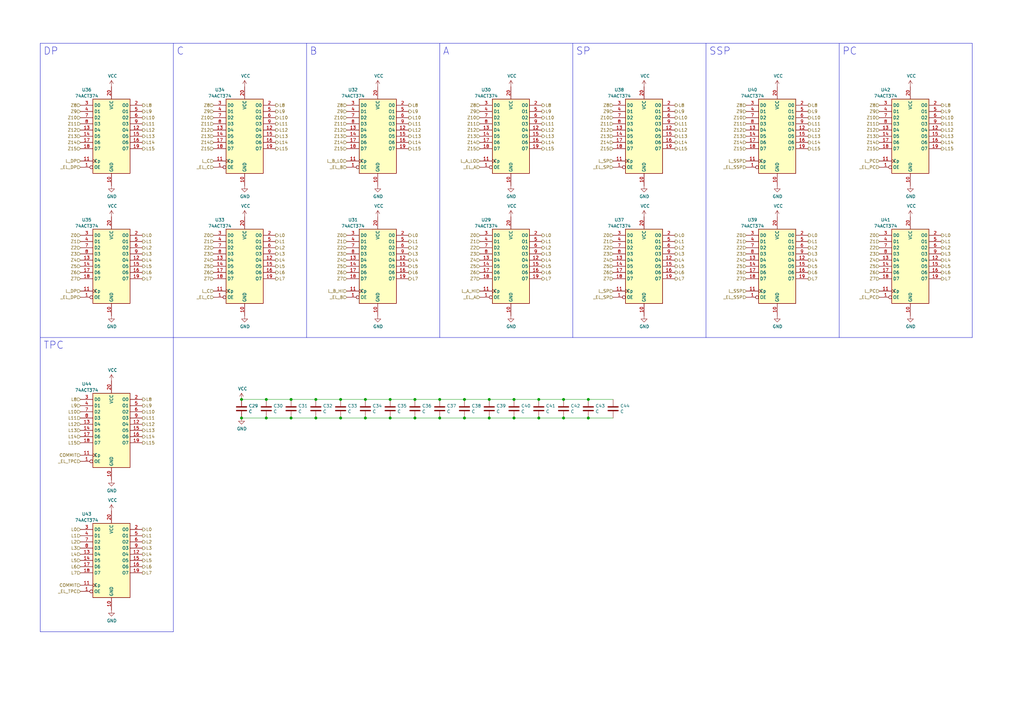
<source format=kicad_sch>
(kicad_sch (version 20200828) (generator eeschema)
  (page 4 7)
  (paper "A3")
  (lib_symbols
    (symbol "74xx:74LS374"
      (property "Reference" "U" (at -7.62 16.51 0))
      (property "Value" "74LS374" (at -7.62 -16.51 0))
      (symbol "74LS374_1_1"
        (rectangle (start -7.62 15.24) (end 7.62 -15.24) (stroke (width 0.254)) (fill (type background)))
      )
      (symbol "74LS374_1_0"
        (pin input inverted (at -12.7 -12.7 0) (length 5.08) (name "OE") (number "1"))
        (pin power_in line (at 0 -20.32 90) (length 5.08) (name "GND") (number "10"))
        (pin input clock (at -12.7 -10.16 0) (length 5.08) (name "Cp") (number "11"))
        (pin tri_state line (at 12.7 2.54 180) (length 5.08) (name "O4") (number "12"))
        (pin input line (at -12.7 2.54 0) (length 5.08) (name "D4") (number "13"))
        (pin input line (at -12.7 0 0) (length 5.08) (name "D5") (number "14"))
        (pin tri_state line (at 12.7 0 180) (length 5.08) (name "O5") (number "15"))
        (pin tri_state line (at 12.7 -2.54 180) (length 5.08) (name "O6") (number "16"))
        (pin input line (at -12.7 -2.54 0) (length 5.08) (name "D6") (number "17"))
        (pin input line (at -12.7 -5.08 0) (length 5.08) (name "D7") (number "18"))
        (pin tri_state line (at 12.7 -5.08 180) (length 5.08) (name "O7") (number "19"))
        (pin tri_state line (at 12.7 12.7 180) (length 5.08) (name "O0") (number "2"))
        (pin power_in line (at 0 20.32 270) (length 5.08) (name "VCC") (number "20"))
        (pin input line (at -12.7 12.7 0) (length 5.08) (name "D0") (number "3"))
        (pin input line (at -12.7 10.16 0) (length 5.08) (name "D1") (number "4"))
        (pin tri_state line (at 12.7 10.16 180) (length 5.08) (name "O1") (number "5"))
        (pin tri_state line (at 12.7 7.62 180) (length 5.08) (name "O2") (number "6"))
        (pin input line (at -12.7 7.62 0) (length 5.08) (name "D2") (number "7"))
        (pin input line (at -12.7 5.08 0) (length 5.08) (name "D3") (number "8"))
        (pin tri_state line (at 12.7 5.08 180) (length 5.08) (name "O3") (number "9"))
      )
    )
    (symbol "Device:C" (pin_numbers hide) (pin_names (offset 0.254))
      (property "Reference" "C" (at 0.635 2.54 0))
      (property "Value" "C" (at 0.635 -2.54 0))
      (symbol "C_0_1"
        (polyline (pts (xy -2.032 -0.762) (xy 2.032 -0.762)) (stroke (width 0.508)))
        (polyline (pts (xy -2.032 0.762) (xy 2.032 0.762)) (stroke (width 0.508)))
      )
      (symbol "C_1_1"
        (pin passive line (at 0 3.81 270) (length 2.794) (name "~") (number "1"))
        (pin passive line (at 0 -3.81 90) (length 2.794) (name "~") (number "2"))
      )
    )
    (symbol "power:GND" (power) (pin_names (offset 0))
      (property "Value" "GND" (at 0 -3.81 0))
      (symbol "GND_0_1"
        (polyline (pts (xy 0 0) (xy 0 -1.27) (xy 1.27 -1.27) (xy 0 -2.54) (xy -1.27 -1.27) (xy 0 -1.27)))
      )
      (symbol "GND_1_1"
        (pin power_in line (at 0 0 270) (length 0) hide (name "GND") (number "1"))
      )
    )
    (symbol "power:VCC" (power) (pin_names (offset 0))
      (property "Value" "VCC" (at 0 3.81 0))
      (symbol "VCC_0_1"
        (polyline (pts (xy -0.762 1.27) (xy 0 2.54)))
        (polyline (pts (xy 0 0) (xy 0 2.54)))
        (polyline (pts (xy 0 2.54) (xy 0.762 1.27)))
      )
      (symbol "VCC_1_1"
        (pin power_in line (at 0 0 90) (length 0) hide (name "VCC") (number "1"))
      )
    )
  )
  (junction (at 99.06 163.83) (diameter 1.016))
  (junction (at 99.06 171.45) (diameter 1.016))
  (junction (at 109.22 163.83) (diameter 1.016))
  (junction (at 109.22 171.45) (diameter 1.016))
  (junction (at 119.38 163.83) (diameter 1.016))
  (junction (at 119.38 171.45) (diameter 1.016))
  (junction (at 129.54 163.83) (diameter 1.016))
  (junction (at 129.54 171.45) (diameter 1.016))
  (junction (at 139.7 163.83) (diameter 1.016))
  (junction (at 139.7 171.45) (diameter 1.016))
  (junction (at 149.86 163.83) (diameter 1.016))
  (junction (at 149.86 171.45) (diameter 1.016))
  (junction (at 160.02 163.83) (diameter 1.016))
  (junction (at 160.02 171.45) (diameter 1.016))
  (junction (at 170.18 163.83) (diameter 1.016))
  (junction (at 170.18 171.45) (diameter 1.016))
  (junction (at 180.34 163.83) (diameter 1.016))
  (junction (at 180.34 171.45) (diameter 1.016))
  (junction (at 190.5 163.83) (diameter 1.016))
  (junction (at 190.5 171.45) (diameter 1.016))
  (junction (at 200.66 163.83) (diameter 1.016))
  (junction (at 200.66 171.45) (diameter 1.016))
  (junction (at 210.82 163.83) (diameter 1.016))
  (junction (at 210.82 171.45) (diameter 1.016))
  (junction (at 220.98 163.83) (diameter 1.016))
  (junction (at 220.98 171.45) (diameter 1.016))
  (junction (at 231.14 163.83) (diameter 1.016))
  (junction (at 231.14 171.45) (diameter 1.016))
  (junction (at 241.3 163.83) (diameter 1.016))
  (junction (at 241.3 171.45) (diameter 1.016))
  (wire (pts (xy 99.06 171.45) (xy 109.22 171.45)))
  (wire (pts (xy 109.22 163.83) (xy 99.06 163.83)))
  (wire (pts (xy 109.22 171.45) (xy 119.38 171.45)))
  (wire (pts (xy 119.38 163.83) (xy 109.22 163.83)))
  (wire (pts (xy 119.38 171.45) (xy 129.54 171.45)))
  (wire (pts (xy 129.54 163.83) (xy 119.38 163.83)))
  (wire (pts (xy 129.54 171.45) (xy 139.7 171.45)))
  (wire (pts (xy 139.7 163.83) (xy 129.54 163.83)))
  (wire (pts (xy 139.7 171.45) (xy 149.86 171.45)))
  (wire (pts (xy 149.86 163.83) (xy 139.7 163.83)))
  (wire (pts (xy 149.86 171.45) (xy 160.02 171.45)))
  (wire (pts (xy 160.02 163.83) (xy 149.86 163.83)))
  (wire (pts (xy 160.02 171.45) (xy 170.18 171.45)))
  (wire (pts (xy 170.18 163.83) (xy 160.02 163.83)))
  (wire (pts (xy 170.18 171.45) (xy 180.34 171.45)))
  (wire (pts (xy 180.34 163.83) (xy 170.18 163.83)))
  (wire (pts (xy 180.34 171.45) (xy 190.5 171.45)))
  (wire (pts (xy 190.5 163.83) (xy 180.34 163.83)))
  (wire (pts (xy 190.5 171.45) (xy 200.66 171.45)))
  (wire (pts (xy 200.66 163.83) (xy 190.5 163.83)))
  (wire (pts (xy 200.66 171.45) (xy 210.82 171.45)))
  (wire (pts (xy 210.82 163.83) (xy 200.66 163.83)))
  (wire (pts (xy 210.82 171.45) (xy 220.98 171.45)))
  (wire (pts (xy 220.98 163.83) (xy 210.82 163.83)))
  (wire (pts (xy 220.98 171.45) (xy 231.14 171.45)))
  (wire (pts (xy 231.14 163.83) (xy 220.98 163.83)))
  (wire (pts (xy 231.14 171.45) (xy 241.3 171.45)))
  (wire (pts (xy 241.3 163.83) (xy 231.14 163.83)))
  (wire (pts (xy 241.3 171.45) (xy 251.46 171.45)))
  (wire (pts (xy 251.46 163.83) (xy 241.3 163.83)))
  (polyline (pts (xy 16.51 17.78) (xy 16.51 259.08)) (stroke (width 0) (type solid)))
  (polyline (pts (xy 16.51 17.78) (xy 398.78 17.78)) (stroke (width 0) (type solid)))
  (polyline (pts (xy 16.51 259.08) (xy 71.12 259.08)) (stroke (width 0) (type solid)))
  (polyline (pts (xy 71.12 17.78) (xy 71.12 259.08)) (stroke (width 0) (type solid)))
  (polyline (pts (xy 125.73 17.78) (xy 125.73 138.43)) (stroke (width 0) (type solid)))
  (polyline (pts (xy 180.34 17.78) (xy 180.34 138.43)) (stroke (width 0) (type solid)))
  (polyline (pts (xy 234.95 17.78) (xy 234.95 138.43)) (stroke (width 0) (type solid)))
  (polyline (pts (xy 289.56 17.78) (xy 289.56 138.43)) (stroke (width 0) (type solid)))
  (polyline (pts (xy 344.17 17.78) (xy 344.17 138.43)) (stroke (width 0) (type solid)))
  (polyline (pts (xy 398.78 17.78) (xy 398.78 138.43)) (stroke (width 0) (type solid)))
  (polyline (pts (xy 398.78 138.43) (xy 16.51 138.43)) (stroke (width 0) (type solid)))
  (text "DP" (at 17.78 22.86 0) (effects (font (size 2.9972 2.9972)) (justify left bottom)))
  (text "TPC" (at 17.78 143.51 0) (effects (font (size 2.9972 2.9972)) (justify left bottom)))
  (text "C" (at 72.39 22.86 0) (effects (font (size 2.9972 2.9972)) (justify left bottom)))
  (text "B" (at 127 22.86 0) (effects (font (size 2.9972 2.9972)) (justify left bottom)))
  (text "A" (at 181.61 22.86 0) (effects (font (size 2.9972 2.9972)) (justify left bottom)))
  (text "SP" (at 236.22 22.86 0) (effects (font (size 2.9972 2.9972)) (justify left bottom)))
  (text "SSP" (at 290.83 22.86 0) (effects (font (size 2.9972 2.9972)) (justify left bottom)))
  (text "PC" (at 345.44 22.86 0) (effects (font (size 2.9972 2.9972)) (justify left bottom)))
  (hierarchical_label "Z8" (shape input) (at 33.02 43.18 180))
  (hierarchical_label "Z9" (shape input) (at 33.02 45.72 180))
  (hierarchical_label "Z10" (shape input) (at 33.02 48.26 180))
  (hierarchical_label "Z11" (shape input) (at 33.02 50.8 180))
  (hierarchical_label "Z12" (shape input) (at 33.02 53.34 180))
  (hierarchical_label "Z13" (shape input) (at 33.02 55.88 180))
  (hierarchical_label "Z14" (shape input) (at 33.02 58.42 180))
  (hierarchical_label "Z15" (shape input) (at 33.02 60.96 180))
  (hierarchical_label "L_DP" (shape input) (at 33.02 66.04 180))
  (hierarchical_label "_EL_DP" (shape input) (at 33.02 68.58 180))
  (hierarchical_label "Z0" (shape input) (at 33.02 96.52 180))
  (hierarchical_label "Z1" (shape input) (at 33.02 99.06 180))
  (hierarchical_label "Z2" (shape input) (at 33.02 101.6 180))
  (hierarchical_label "Z3" (shape input) (at 33.02 104.14 180))
  (hierarchical_label "Z4" (shape input) (at 33.02 106.68 180))
  (hierarchical_label "Z5" (shape input) (at 33.02 109.22 180))
  (hierarchical_label "Z6" (shape input) (at 33.02 111.76 180))
  (hierarchical_label "Z7" (shape input) (at 33.02 114.3 180))
  (hierarchical_label "L_DP" (shape input) (at 33.02 119.38 180))
  (hierarchical_label "_EL_DP" (shape input) (at 33.02 121.92 180))
  (hierarchical_label "L8" (shape input) (at 33.02 163.83 180))
  (hierarchical_label "L9" (shape input) (at 33.02 166.37 180))
  (hierarchical_label "L10" (shape input) (at 33.02 168.91 180))
  (hierarchical_label "L11" (shape input) (at 33.02 171.45 180))
  (hierarchical_label "L12" (shape input) (at 33.02 173.99 180))
  (hierarchical_label "L13" (shape input) (at 33.02 176.53 180))
  (hierarchical_label "L14" (shape input) (at 33.02 179.07 180))
  (hierarchical_label "L15" (shape input) (at 33.02 181.61 180))
  (hierarchical_label "COMMIT" (shape input) (at 33.02 186.69 180))
  (hierarchical_label "_EL_TPC" (shape input) (at 33.02 189.23 180))
  (hierarchical_label "L0" (shape input) (at 33.02 217.17 180))
  (hierarchical_label "L1" (shape input) (at 33.02 219.71 180))
  (hierarchical_label "L2" (shape input) (at 33.02 222.25 180))
  (hierarchical_label "L3" (shape input) (at 33.02 224.79 180))
  (hierarchical_label "L4" (shape input) (at 33.02 227.33 180))
  (hierarchical_label "L5" (shape input) (at 33.02 229.87 180))
  (hierarchical_label "L6" (shape input) (at 33.02 232.41 180))
  (hierarchical_label "L7" (shape input) (at 33.02 234.95 180))
  (hierarchical_label "COMMIT" (shape input) (at 33.02 240.03 180))
  (hierarchical_label "_EL_TPC" (shape input) (at 33.02 242.57 180))
  (hierarchical_label "L8" (shape output) (at 58.42 43.18 0))
  (hierarchical_label "L9" (shape output) (at 58.42 45.72 0))
  (hierarchical_label "L10" (shape output) (at 58.42 48.26 0))
  (hierarchical_label "L11" (shape output) (at 58.42 50.8 0))
  (hierarchical_label "L12" (shape output) (at 58.42 53.34 0))
  (hierarchical_label "L13" (shape output) (at 58.42 55.88 0))
  (hierarchical_label "L14" (shape output) (at 58.42 58.42 0))
  (hierarchical_label "L15" (shape output) (at 58.42 60.96 0))
  (hierarchical_label "L0" (shape output) (at 58.42 96.52 0))
  (hierarchical_label "L1" (shape output) (at 58.42 99.06 0))
  (hierarchical_label "L2" (shape output) (at 58.42 101.6 0))
  (hierarchical_label "L3" (shape output) (at 58.42 104.14 0))
  (hierarchical_label "L4" (shape output) (at 58.42 106.68 0))
  (hierarchical_label "L5" (shape output) (at 58.42 109.22 0))
  (hierarchical_label "L6" (shape output) (at 58.42 111.76 0))
  (hierarchical_label "L7" (shape output) (at 58.42 114.3 0))
  (hierarchical_label "L8" (shape output) (at 58.42 163.83 0))
  (hierarchical_label "L9" (shape output) (at 58.42 166.37 0))
  (hierarchical_label "L10" (shape output) (at 58.42 168.91 0))
  (hierarchical_label "L11" (shape output) (at 58.42 171.45 0))
  (hierarchical_label "L12" (shape output) (at 58.42 173.99 0))
  (hierarchical_label "L13" (shape output) (at 58.42 176.53 0))
  (hierarchical_label "L14" (shape output) (at 58.42 179.07 0))
  (hierarchical_label "L15" (shape output) (at 58.42 181.61 0))
  (hierarchical_label "L0" (shape output) (at 58.42 217.17 0))
  (hierarchical_label "L1" (shape output) (at 58.42 219.71 0))
  (hierarchical_label "L2" (shape output) (at 58.42 222.25 0))
  (hierarchical_label "L3" (shape output) (at 58.42 224.79 0))
  (hierarchical_label "L4" (shape output) (at 58.42 227.33 0))
  (hierarchical_label "L5" (shape output) (at 58.42 229.87 0))
  (hierarchical_label "L6" (shape output) (at 58.42 232.41 0))
  (hierarchical_label "L7" (shape output) (at 58.42 234.95 0))
  (hierarchical_label "Z8" (shape input) (at 87.63 43.18 180))
  (hierarchical_label "Z9" (shape input) (at 87.63 45.72 180))
  (hierarchical_label "Z10" (shape input) (at 87.63 48.26 180))
  (hierarchical_label "Z11" (shape input) (at 87.63 50.8 180))
  (hierarchical_label "Z12" (shape input) (at 87.63 53.34 180))
  (hierarchical_label "Z13" (shape input) (at 87.63 55.88 180))
  (hierarchical_label "Z14" (shape input) (at 87.63 58.42 180))
  (hierarchical_label "Z15" (shape input) (at 87.63 60.96 180))
  (hierarchical_label "L_C" (shape input) (at 87.63 66.04 180))
  (hierarchical_label "_EL_C" (shape input) (at 87.63 68.58 180))
  (hierarchical_label "Z0" (shape input) (at 87.63 96.52 180))
  (hierarchical_label "Z1" (shape input) (at 87.63 99.06 180))
  (hierarchical_label "Z2" (shape input) (at 87.63 101.6 180))
  (hierarchical_label "Z3" (shape input) (at 87.63 104.14 180))
  (hierarchical_label "Z4" (shape input) (at 87.63 106.68 180))
  (hierarchical_label "Z5" (shape input) (at 87.63 109.22 180))
  (hierarchical_label "Z6" (shape input) (at 87.63 111.76 180))
  (hierarchical_label "Z7" (shape input) (at 87.63 114.3 180))
  (hierarchical_label "L_C" (shape input) (at 87.63 119.38 180))
  (hierarchical_label "_EL_C" (shape input) (at 87.63 121.92 180))
  (hierarchical_label "L8" (shape output) (at 113.03 43.18 0))
  (hierarchical_label "L9" (shape output) (at 113.03 45.72 0))
  (hierarchical_label "L10" (shape output) (at 113.03 48.26 0))
  (hierarchical_label "L11" (shape output) (at 113.03 50.8 0))
  (hierarchical_label "L12" (shape output) (at 113.03 53.34 0))
  (hierarchical_label "L13" (shape output) (at 113.03 55.88 0))
  (hierarchical_label "L14" (shape output) (at 113.03 58.42 0))
  (hierarchical_label "L15" (shape output) (at 113.03 60.96 0))
  (hierarchical_label "L0" (shape output) (at 113.03 96.52 0))
  (hierarchical_label "L1" (shape output) (at 113.03 99.06 0))
  (hierarchical_label "L2" (shape output) (at 113.03 101.6 0))
  (hierarchical_label "L3" (shape output) (at 113.03 104.14 0))
  (hierarchical_label "L4" (shape output) (at 113.03 106.68 0))
  (hierarchical_label "L5" (shape output) (at 113.03 109.22 0))
  (hierarchical_label "L6" (shape output) (at 113.03 111.76 0))
  (hierarchical_label "L7" (shape output) (at 113.03 114.3 0))
  (hierarchical_label "Z8" (shape input) (at 142.24 43.18 180))
  (hierarchical_label "Z9" (shape input) (at 142.24 45.72 180))
  (hierarchical_label "Z10" (shape input) (at 142.24 48.26 180))
  (hierarchical_label "Z11" (shape input) (at 142.24 50.8 180))
  (hierarchical_label "Z12" (shape input) (at 142.24 53.34 180))
  (hierarchical_label "Z13" (shape input) (at 142.24 55.88 180))
  (hierarchical_label "Z14" (shape input) (at 142.24 58.42 180))
  (hierarchical_label "Z15" (shape input) (at 142.24 60.96 180))
  (hierarchical_label "L_B_LO" (shape input) (at 142.24 66.04 180))
  (hierarchical_label "_EL_B" (shape input) (at 142.24 68.58 180))
  (hierarchical_label "Z0" (shape input) (at 142.24 96.52 180))
  (hierarchical_label "Z1" (shape input) (at 142.24 99.06 180))
  (hierarchical_label "Z2" (shape input) (at 142.24 101.6 180))
  (hierarchical_label "Z3" (shape input) (at 142.24 104.14 180))
  (hierarchical_label "Z4" (shape input) (at 142.24 106.68 180))
  (hierarchical_label "Z5" (shape input) (at 142.24 109.22 180))
  (hierarchical_label "Z6" (shape input) (at 142.24 111.76 180))
  (hierarchical_label "Z7" (shape input) (at 142.24 114.3 180))
  (hierarchical_label "L_B_HI" (shape input) (at 142.24 119.38 180))
  (hierarchical_label "_EL_B" (shape input) (at 142.24 121.92 180))
  (hierarchical_label "L8" (shape output) (at 167.64 43.18 0))
  (hierarchical_label "L9" (shape output) (at 167.64 45.72 0))
  (hierarchical_label "L10" (shape output) (at 167.64 48.26 0))
  (hierarchical_label "L11" (shape output) (at 167.64 50.8 0))
  (hierarchical_label "L12" (shape output) (at 167.64 53.34 0))
  (hierarchical_label "L13" (shape output) (at 167.64 55.88 0))
  (hierarchical_label "L14" (shape output) (at 167.64 58.42 0))
  (hierarchical_label "L15" (shape output) (at 167.64 60.96 0))
  (hierarchical_label "L0" (shape output) (at 167.64 96.52 0))
  (hierarchical_label "L1" (shape output) (at 167.64 99.06 0))
  (hierarchical_label "L2" (shape output) (at 167.64 101.6 0))
  (hierarchical_label "L3" (shape output) (at 167.64 104.14 0))
  (hierarchical_label "L4" (shape output) (at 167.64 106.68 0))
  (hierarchical_label "L5" (shape output) (at 167.64 109.22 0))
  (hierarchical_label "L6" (shape output) (at 167.64 111.76 0))
  (hierarchical_label "L7" (shape output) (at 167.64 114.3 0))
  (hierarchical_label "Z8" (shape input) (at 196.85 43.18 180))
  (hierarchical_label "Z9" (shape input) (at 196.85 45.72 180))
  (hierarchical_label "Z10" (shape input) (at 196.85 48.26 180))
  (hierarchical_label "Z11" (shape input) (at 196.85 50.8 180))
  (hierarchical_label "Z12" (shape input) (at 196.85 53.34 180))
  (hierarchical_label "Z13" (shape input) (at 196.85 55.88 180))
  (hierarchical_label "Z14" (shape input) (at 196.85 58.42 180))
  (hierarchical_label "Z15" (shape input) (at 196.85 60.96 180))
  (hierarchical_label "L_A_LO" (shape input) (at 196.85 66.04 180))
  (hierarchical_label "_EL_A" (shape input) (at 196.85 68.58 180))
  (hierarchical_label "Z0" (shape input) (at 196.85 96.52 180))
  (hierarchical_label "Z1" (shape input) (at 196.85 99.06 180))
  (hierarchical_label "Z2" (shape input) (at 196.85 101.6 180))
  (hierarchical_label "Z3" (shape input) (at 196.85 104.14 180))
  (hierarchical_label "Z4" (shape input) (at 196.85 106.68 180))
  (hierarchical_label "Z5" (shape input) (at 196.85 109.22 180))
  (hierarchical_label "Z6" (shape input) (at 196.85 111.76 180))
  (hierarchical_label "Z7" (shape input) (at 196.85 114.3 180))
  (hierarchical_label "L_A_HI" (shape input) (at 196.85 119.38 180))
  (hierarchical_label "_EL_A" (shape input) (at 196.85 121.92 180))
  (hierarchical_label "L8" (shape output) (at 222.25 43.18 0))
  (hierarchical_label "L9" (shape output) (at 222.25 45.72 0))
  (hierarchical_label "L10" (shape output) (at 222.25 48.26 0))
  (hierarchical_label "L11" (shape output) (at 222.25 50.8 0))
  (hierarchical_label "L12" (shape output) (at 222.25 53.34 0))
  (hierarchical_label "L13" (shape output) (at 222.25 55.88 0))
  (hierarchical_label "L14" (shape output) (at 222.25 58.42 0))
  (hierarchical_label "L15" (shape output) (at 222.25 60.96 0))
  (hierarchical_label "L0" (shape output) (at 222.25 96.52 0))
  (hierarchical_label "L1" (shape output) (at 222.25 99.06 0))
  (hierarchical_label "L2" (shape output) (at 222.25 101.6 0))
  (hierarchical_label "L3" (shape output) (at 222.25 104.14 0))
  (hierarchical_label "L4" (shape output) (at 222.25 106.68 0))
  (hierarchical_label "L5" (shape output) (at 222.25 109.22 0))
  (hierarchical_label "L6" (shape output) (at 222.25 111.76 0))
  (hierarchical_label "L7" (shape output) (at 222.25 114.3 0))
  (hierarchical_label "Z8" (shape input) (at 251.46 43.18 180))
  (hierarchical_label "Z9" (shape input) (at 251.46 45.72 180))
  (hierarchical_label "Z10" (shape input) (at 251.46 48.26 180))
  (hierarchical_label "Z11" (shape input) (at 251.46 50.8 180))
  (hierarchical_label "Z12" (shape input) (at 251.46 53.34 180))
  (hierarchical_label "Z13" (shape input) (at 251.46 55.88 180))
  (hierarchical_label "Z14" (shape input) (at 251.46 58.42 180))
  (hierarchical_label "Z15" (shape input) (at 251.46 60.96 180))
  (hierarchical_label "L_SP" (shape input) (at 251.46 66.04 180))
  (hierarchical_label "_EL_SP" (shape input) (at 251.46 68.58 180))
  (hierarchical_label "Z0" (shape input) (at 251.46 96.52 180))
  (hierarchical_label "Z1" (shape input) (at 251.46 99.06 180))
  (hierarchical_label "Z2" (shape input) (at 251.46 101.6 180))
  (hierarchical_label "Z3" (shape input) (at 251.46 104.14 180))
  (hierarchical_label "Z4" (shape input) (at 251.46 106.68 180))
  (hierarchical_label "Z5" (shape input) (at 251.46 109.22 180))
  (hierarchical_label "Z6" (shape input) (at 251.46 111.76 180))
  (hierarchical_label "Z7" (shape input) (at 251.46 114.3 180))
  (hierarchical_label "L_SP" (shape input) (at 251.46 119.38 180))
  (hierarchical_label "_EL_SP" (shape input) (at 251.46 121.92 180))
  (hierarchical_label "L8" (shape output) (at 276.86 43.18 0))
  (hierarchical_label "L9" (shape output) (at 276.86 45.72 0))
  (hierarchical_label "L10" (shape output) (at 276.86 48.26 0))
  (hierarchical_label "L11" (shape output) (at 276.86 50.8 0))
  (hierarchical_label "L12" (shape output) (at 276.86 53.34 0))
  (hierarchical_label "L13" (shape output) (at 276.86 55.88 0))
  (hierarchical_label "L14" (shape output) (at 276.86 58.42 0))
  (hierarchical_label "L15" (shape output) (at 276.86 60.96 0))
  (hierarchical_label "L0" (shape output) (at 276.86 96.52 0))
  (hierarchical_label "L1" (shape output) (at 276.86 99.06 0))
  (hierarchical_label "L2" (shape output) (at 276.86 101.6 0))
  (hierarchical_label "L3" (shape output) (at 276.86 104.14 0))
  (hierarchical_label "L4" (shape output) (at 276.86 106.68 0))
  (hierarchical_label "L5" (shape output) (at 276.86 109.22 0))
  (hierarchical_label "L6" (shape output) (at 276.86 111.76 0))
  (hierarchical_label "L7" (shape output) (at 276.86 114.3 0))
  (hierarchical_label "Z8" (shape input) (at 306.07 43.18 180))
  (hierarchical_label "Z9" (shape input) (at 306.07 45.72 180))
  (hierarchical_label "Z10" (shape input) (at 306.07 48.26 180))
  (hierarchical_label "Z11" (shape input) (at 306.07 50.8 180))
  (hierarchical_label "Z12" (shape input) (at 306.07 53.34 180))
  (hierarchical_label "Z13" (shape input) (at 306.07 55.88 180))
  (hierarchical_label "Z14" (shape input) (at 306.07 58.42 180))
  (hierarchical_label "Z15" (shape input) (at 306.07 60.96 180))
  (hierarchical_label "L_SSP" (shape input) (at 306.07 66.04 180))
  (hierarchical_label "_EL_SSP" (shape input) (at 306.07 68.58 180))
  (hierarchical_label "Z0" (shape input) (at 306.07 96.52 180))
  (hierarchical_label "Z1" (shape input) (at 306.07 99.06 180))
  (hierarchical_label "Z2" (shape input) (at 306.07 101.6 180))
  (hierarchical_label "Z3" (shape input) (at 306.07 104.14 180))
  (hierarchical_label "Z4" (shape input) (at 306.07 106.68 180))
  (hierarchical_label "Z5" (shape input) (at 306.07 109.22 180))
  (hierarchical_label "Z6" (shape input) (at 306.07 111.76 180))
  (hierarchical_label "Z7" (shape input) (at 306.07 114.3 180))
  (hierarchical_label "L_SSP" (shape input) (at 306.07 119.38 180))
  (hierarchical_label "_EL_SSP" (shape input) (at 306.07 121.92 180))
  (hierarchical_label "L8" (shape output) (at 331.47 43.18 0))
  (hierarchical_label "L9" (shape output) (at 331.47 45.72 0))
  (hierarchical_label "L10" (shape output) (at 331.47 48.26 0))
  (hierarchical_label "L11" (shape output) (at 331.47 50.8 0))
  (hierarchical_label "L12" (shape output) (at 331.47 53.34 0))
  (hierarchical_label "L13" (shape output) (at 331.47 55.88 0))
  (hierarchical_label "L14" (shape output) (at 331.47 58.42 0))
  (hierarchical_label "L15" (shape output) (at 331.47 60.96 0))
  (hierarchical_label "L0" (shape output) (at 331.47 96.52 0))
  (hierarchical_label "L1" (shape output) (at 331.47 99.06 0))
  (hierarchical_label "L2" (shape output) (at 331.47 101.6 0))
  (hierarchical_label "L3" (shape output) (at 331.47 104.14 0))
  (hierarchical_label "L4" (shape output) (at 331.47 106.68 0))
  (hierarchical_label "L5" (shape output) (at 331.47 109.22 0))
  (hierarchical_label "L6" (shape output) (at 331.47 111.76 0))
  (hierarchical_label "L7" (shape output) (at 331.47 114.3 0))
  (hierarchical_label "Z8" (shape input) (at 360.68 43.18 180))
  (hierarchical_label "Z9" (shape input) (at 360.68 45.72 180))
  (hierarchical_label "Z10" (shape input) (at 360.68 48.26 180))
  (hierarchical_label "Z11" (shape input) (at 360.68 50.8 180))
  (hierarchical_label "Z12" (shape input) (at 360.68 53.34 180))
  (hierarchical_label "Z13" (shape input) (at 360.68 55.88 180))
  (hierarchical_label "Z14" (shape input) (at 360.68 58.42 180))
  (hierarchical_label "Z15" (shape input) (at 360.68 60.96 180))
  (hierarchical_label "L_PC" (shape input) (at 360.68 66.04 180))
  (hierarchical_label "_EL_PC" (shape input) (at 360.68 68.58 180))
  (hierarchical_label "Z0" (shape input) (at 360.68 96.52 180))
  (hierarchical_label "Z1" (shape input) (at 360.68 99.06 180))
  (hierarchical_label "Z2" (shape input) (at 360.68 101.6 180))
  (hierarchical_label "Z3" (shape input) (at 360.68 104.14 180))
  (hierarchical_label "Z4" (shape input) (at 360.68 106.68 180))
  (hierarchical_label "Z5" (shape input) (at 360.68 109.22 180))
  (hierarchical_label "Z6" (shape input) (at 360.68 111.76 180))
  (hierarchical_label "Z7" (shape input) (at 360.68 114.3 180))
  (hierarchical_label "L_PC" (shape input) (at 360.68 119.38 180))
  (hierarchical_label "_EL_PC" (shape input) (at 360.68 121.92 180))
  (hierarchical_label "L8" (shape output) (at 386.08 43.18 0))
  (hierarchical_label "L9" (shape output) (at 386.08 45.72 0))
  (hierarchical_label "L10" (shape output) (at 386.08 48.26 0))
  (hierarchical_label "L11" (shape output) (at 386.08 50.8 0))
  (hierarchical_label "L12" (shape output) (at 386.08 53.34 0))
  (hierarchical_label "L13" (shape output) (at 386.08 55.88 0))
  (hierarchical_label "L14" (shape output) (at 386.08 58.42 0))
  (hierarchical_label "L15" (shape output) (at 386.08 60.96 0))
  (hierarchical_label "L0" (shape output) (at 386.08 96.52 0))
  (hierarchical_label "L1" (shape output) (at 386.08 99.06 0))
  (hierarchical_label "L2" (shape output) (at 386.08 101.6 0))
  (hierarchical_label "L3" (shape output) (at 386.08 104.14 0))
  (hierarchical_label "L4" (shape output) (at 386.08 106.68 0))
  (hierarchical_label "L5" (shape output) (at 386.08 109.22 0))
  (hierarchical_label "L6" (shape output) (at 386.08 111.76 0))
  (hierarchical_label "L7" (shape output) (at 386.08 114.3 0))
  (symbol (lib_id "power:VCC") (at 45.72 35.56 0) (unit 1)
    (property "Reference" "#PWR0148" (effects hide))
    (property "Value" "VCC" (at 46.1518 31.1658 0))
  )
  (symbol (lib_id "power:VCC") (at 45.72 88.9 0) (unit 1)
    (property "Reference" "#PWR0150" (effects hide))
    (property "Value" "VCC" (at 46.1518 84.5058 0))
  )
  (symbol (lib_id "power:VCC") (at 45.72 156.21 0) (unit 1)
    (property "Reference" "#PWR0176" (effects hide))
    (property "Value" "VCC" (at 46.1518 151.8158 0))
  )
  (symbol (lib_id "power:VCC") (at 45.72 209.55 0) (unit 1)
    (property "Reference" "#PWR0178" (effects hide))
    (property "Value" "VCC" (at 46.1518 205.1558 0))
  )
  (symbol (lib_id "power:VCC") (at 99.06 163.83 0) (unit 1)
    (property "Reference" "#PWR0180" (effects hide))
    (property "Value" "VCC" (at 99.4918 159.4358 0))
  )
  (symbol (lib_id "power:VCC") (at 100.33 35.56 0) (unit 1)
    (property "Reference" "#PWR0152" (effects hide))
    (property "Value" "VCC" (at 100.7618 31.1658 0))
  )
  (symbol (lib_id "power:VCC") (at 100.33 88.9 0) (unit 1)
    (property "Reference" "#PWR0154" (effects hide))
    (property "Value" "VCC" (at 100.7618 84.5058 0))
  )
  (symbol (lib_id "power:VCC") (at 154.94 35.56 0) (unit 1)
    (property "Reference" "#PWR0156" (effects hide))
    (property "Value" "VCC" (at 155.3718 31.1658 0))
  )
  (symbol (lib_id "power:VCC") (at 154.94 88.9 0) (unit 1)
    (property "Reference" "#PWR0158" (effects hide))
    (property "Value" "VCC" (at 155.3718 84.5058 0))
  )
  (symbol (lib_id "power:VCC") (at 209.55 35.56 0) (unit 1)
    (property "Reference" "#PWR0160" (effects hide))
    (property "Value" "VCC" (at 209.9818 31.1658 0))
  )
  (symbol (lib_id "power:VCC") (at 209.55 88.9 0) (unit 1)
    (property "Reference" "#PWR0162" (effects hide))
    (property "Value" "VCC" (at 209.9818 84.5058 0))
  )
  (symbol (lib_id "power:VCC") (at 264.16 35.56 0) (unit 1)
    (property "Reference" "#PWR0164" (effects hide))
    (property "Value" "VCC" (at 264.5918 31.1658 0))
  )
  (symbol (lib_id "power:VCC") (at 264.16 88.9 0) (unit 1)
    (property "Reference" "#PWR0166" (effects hide))
    (property "Value" "VCC" (at 264.5918 84.5058 0))
  )
  (symbol (lib_id "power:VCC") (at 318.77 35.56 0) (unit 1)
    (property "Reference" "#PWR0168" (effects hide))
    (property "Value" "VCC" (at 319.2018 31.1658 0))
  )
  (symbol (lib_id "power:VCC") (at 318.77 88.9 0) (unit 1)
    (property "Reference" "#PWR0170" (effects hide))
    (property "Value" "VCC" (at 319.2018 84.5058 0))
  )
  (symbol (lib_id "power:VCC") (at 373.38 35.56 0) (unit 1)
    (property "Reference" "#PWR0172" (effects hide))
    (property "Value" "VCC" (at 373.8118 31.1658 0))
  )
  (symbol (lib_id "power:VCC") (at 373.38 88.9 0) (unit 1)
    (property "Reference" "#PWR0174" (effects hide))
    (property "Value" "VCC" (at 373.8118 84.5058 0))
  )
  (symbol (lib_id "power:GND") (at 45.72 76.2 0) (unit 1)
    (property "Reference" "#PWR0149" (effects hide))
    (property "Value" "GND" (at 45.847 80.5942 0))
  )
  (symbol (lib_id "power:GND") (at 45.72 129.54 0) (unit 1)
    (property "Reference" "#PWR0151" (effects hide))
    (property "Value" "GND" (at 45.847 133.9342 0))
  )
  (symbol (lib_id "power:GND") (at 45.72 196.85 0) (unit 1)
    (property "Reference" "#PWR0177" (effects hide))
    (property "Value" "GND" (at 45.847 201.2442 0))
  )
  (symbol (lib_id "power:GND") (at 45.72 250.19 0) (unit 1)
    (property "Reference" "#PWR0179" (effects hide))
    (property "Value" "GND" (at 45.847 254.5842 0))
  )
  (symbol (lib_id "power:GND") (at 99.06 171.45 0) (unit 1)
    (property "Reference" "#PWR0181" (effects hide))
    (property "Value" "GND" (at 99.187 175.8442 0))
  )
  (symbol (lib_id "power:GND") (at 100.33 76.2 0) (unit 1)
    (property "Reference" "#PWR0153" (effects hide))
    (property "Value" "GND" (at 100.457 80.5942 0))
  )
  (symbol (lib_id "power:GND") (at 100.33 129.54 0) (unit 1)
    (property "Reference" "#PWR0155" (effects hide))
    (property "Value" "GND" (at 100.457 133.9342 0))
  )
  (symbol (lib_id "power:GND") (at 154.94 76.2 0) (unit 1)
    (property "Reference" "#PWR0157" (effects hide))
    (property "Value" "GND" (at 155.067 80.5942 0))
  )
  (symbol (lib_id "power:GND") (at 154.94 129.54 0) (unit 1)
    (property "Reference" "#PWR0159" (effects hide))
    (property "Value" "GND" (at 155.067 133.9342 0))
  )
  (symbol (lib_id "power:GND") (at 209.55 76.2 0) (unit 1)
    (property "Reference" "#PWR0161" (effects hide))
    (property "Value" "GND" (at 209.677 80.5942 0))
  )
  (symbol (lib_id "power:GND") (at 209.55 129.54 0) (unit 1)
    (property "Reference" "#PWR0163" (effects hide))
    (property "Value" "GND" (at 209.677 133.9342 0))
  )
  (symbol (lib_id "power:GND") (at 264.16 76.2 0) (unit 1)
    (property "Reference" "#PWR0165" (effects hide))
    (property "Value" "GND" (at 264.287 80.5942 0))
  )
  (symbol (lib_id "power:GND") (at 264.16 129.54 0) (unit 1)
    (property "Reference" "#PWR0167" (effects hide))
    (property "Value" "GND" (at 264.287 133.9342 0))
  )
  (symbol (lib_id "power:GND") (at 318.77 76.2 0) (unit 1)
    (property "Reference" "#PWR0169" (effects hide))
    (property "Value" "GND" (at 318.897 80.5942 0))
  )
  (symbol (lib_id "power:GND") (at 318.77 129.54 0) (unit 1)
    (property "Reference" "#PWR0171" (effects hide))
    (property "Value" "GND" (at 318.897 133.9342 0))
  )
  (symbol (lib_id "power:GND") (at 373.38 76.2 0) (unit 1)
    (property "Reference" "#PWR0173" (effects hide))
    (property "Value" "GND" (at 373.507 80.5942 0))
  )
  (symbol (lib_id "power:GND") (at 373.38 129.54 0) (unit 1)
    (property "Reference" "#PWR0175" (effects hide))
    (property "Value" "GND" (at 373.507 133.9342 0))
  )
  (symbol (lib_id "Device:C") (at 99.06 167.64 0) (unit 1)
    (property "Reference" "C29" (at 101.981 166.4716 0) (effects (justify left)))
    (property "Value" "C" (at 101.981 168.783 0) (effects (justify left)))
    (property "Footprint" "Capacitor_SMD:C_1206_3216Metric" (effects hide))
  )
  (symbol (lib_id "Device:C") (at 109.22 167.64 0) (unit 1)
    (property "Reference" "C30" (at 112.141 166.4716 0) (effects (justify left)))
    (property "Value" "C" (at 112.141 168.783 0) (effects (justify left)))
    (property "Footprint" "Capacitor_SMD:C_1206_3216Metric" (effects hide))
  )
  (symbol (lib_id "Device:C") (at 119.38 167.64 0) (unit 1)
    (property "Reference" "C31" (at 122.301 166.4716 0) (effects (justify left)))
    (property "Value" "C" (at 122.301 168.783 0) (effects (justify left)))
    (property "Footprint" "Capacitor_SMD:C_1206_3216Metric" (effects hide))
  )
  (symbol (lib_id "Device:C") (at 129.54 167.64 0) (unit 1)
    (property "Reference" "C32" (at 132.461 166.4716 0) (effects (justify left)))
    (property "Value" "C" (at 132.461 168.783 0) (effects (justify left)))
    (property "Footprint" "Capacitor_SMD:C_1206_3216Metric" (effects hide))
  )
  (symbol (lib_id "Device:C") (at 139.7 167.64 0) (unit 1)
    (property "Reference" "C33" (at 142.621 166.4716 0) (effects (justify left)))
    (property "Value" "C" (at 142.621 168.783 0) (effects (justify left)))
    (property "Footprint" "Capacitor_SMD:C_1206_3216Metric" (effects hide))
  )
  (symbol (lib_id "Device:C") (at 149.86 167.64 0) (unit 1)
    (property "Reference" "C34" (at 152.781 166.4716 0) (effects (justify left)))
    (property "Value" "C" (at 152.781 168.783 0) (effects (justify left)))
    (property "Footprint" "Capacitor_SMD:C_1206_3216Metric" (effects hide))
  )
  (symbol (lib_id "Device:C") (at 160.02 167.64 0) (unit 1)
    (property "Reference" "C35" (at 162.941 166.4716 0) (effects (justify left)))
    (property "Value" "C" (at 162.941 168.783 0) (effects (justify left)))
    (property "Footprint" "Capacitor_SMD:C_1206_3216Metric" (effects hide))
  )
  (symbol (lib_id "Device:C") (at 170.18 167.64 0) (unit 1)
    (property "Reference" "C36" (at 173.101 166.4716 0) (effects (justify left)))
    (property "Value" "C" (at 173.101 168.783 0) (effects (justify left)))
    (property "Footprint" "Capacitor_SMD:C_1206_3216Metric" (effects hide))
  )
  (symbol (lib_id "Device:C") (at 180.34 167.64 0) (unit 1)
    (property "Reference" "C37" (at 183.261 166.4716 0) (effects (justify left)))
    (property "Value" "C" (at 183.261 168.783 0) (effects (justify left)))
    (property "Footprint" "Capacitor_SMD:C_1206_3216Metric" (effects hide))
  )
  (symbol (lib_id "Device:C") (at 190.5 167.64 0) (unit 1)
    (property "Reference" "C38" (at 193.421 166.4716 0) (effects (justify left)))
    (property "Value" "C" (at 193.421 168.783 0) (effects (justify left)))
    (property "Footprint" "Capacitor_SMD:C_1206_3216Metric" (effects hide))
  )
  (symbol (lib_id "Device:C") (at 200.66 167.64 0) (unit 1)
    (property "Reference" "C39" (at 203.581 166.4716 0) (effects (justify left)))
    (property "Value" "C" (at 203.581 168.783 0) (effects (justify left)))
    (property "Footprint" "Capacitor_SMD:C_1206_3216Metric" (effects hide))
  )
  (symbol (lib_id "Device:C") (at 210.82 167.64 0) (unit 1)
    (property "Reference" "C40" (at 213.741 166.4716 0) (effects (justify left)))
    (property "Value" "C" (at 213.741 168.783 0) (effects (justify left)))
    (property "Footprint" "Capacitor_SMD:C_1206_3216Metric" (effects hide))
  )
  (symbol (lib_id "Device:C") (at 220.98 167.64 0) (unit 1)
    (property "Reference" "C41" (at 223.901 166.4716 0) (effects (justify left)))
    (property "Value" "C" (at 223.901 168.783 0) (effects (justify left)))
    (property "Footprint" "Capacitor_SMD:C_1206_3216Metric" (effects hide))
  )
  (symbol (lib_id "Device:C") (at 231.14 167.64 0) (unit 1)
    (property "Reference" "C42" (at 234.061 166.4716 0) (effects (justify left)))
    (property "Value" "C" (at 234.061 168.783 0) (effects (justify left)))
    (property "Footprint" "Capacitor_SMD:C_1206_3216Metric" (effects hide))
  )
  (symbol (lib_id "Device:C") (at 241.3 167.64 0) (unit 1)
    (property "Reference" "C43" (at 244.221 166.4716 0) (effects (justify left)))
    (property "Value" "C" (at 244.221 168.783 0) (effects (justify left)))
    (property "Footprint" "Capacitor_SMD:C_1206_3216Metric" (effects hide))
  )
  (symbol (lib_id "Device:C") (at 251.46 167.64 0) (unit 1)
    (property "Reference" "C44" (at 254.381 166.4716 0) (effects (justify left)))
    (property "Value" "C" (at 254.381 168.783 0) (effects (justify left)))
    (property "Footprint" "Capacitor_SMD:C_1206_3216Metric" (effects hide))
  )
  (symbol (lib_id "74xx:74LS374") (at 45.72 55.88 0) (unit 1)
    (property "Reference" "U36" (at 35.56 36.83 0))
    (property "Value" "74ACT374" (at 35.56 39.37 0))
    (property "Footprint" "Package_SO:SOIC-20W_7.5x12.8mm_P1.27mm" (effects hide))
    (property "Datasheet" "http://www.ti.com/lit/gpn/sn74LS374" (effects hide))
  )
  (symbol (lib_id "74xx:74LS374") (at 45.72 109.22 0) (unit 1)
    (property "Reference" "U35" (at 35.56 90.17 0))
    (property "Value" "74ACT374" (at 35.56 92.71 0))
    (property "Footprint" "Package_SO:SOIC-20W_7.5x12.8mm_P1.27mm" (effects hide))
    (property "Datasheet" "http://www.ti.com/lit/gpn/sn74LS374" (effects hide))
  )
  (symbol (lib_id "74xx:74LS374") (at 45.72 176.53 0) (unit 1)
    (property "Reference" "U44" (at 35.56 157.48 0))
    (property "Value" "74ACT374" (at 35.56 160.02 0))
    (property "Footprint" "Package_SO:SOIC-20W_7.5x12.8mm_P1.27mm" (effects hide))
    (property "Datasheet" "http://www.ti.com/lit/gpn/sn74LS374" (effects hide))
  )
  (symbol (lib_id "74xx:74LS374") (at 45.72 229.87 0) (unit 1)
    (property "Reference" "U43" (at 35.56 210.82 0))
    (property "Value" "74ACT374" (at 35.56 213.36 0))
    (property "Footprint" "Package_SO:SOIC-20W_7.5x12.8mm_P1.27mm" (effects hide))
    (property "Datasheet" "http://www.ti.com/lit/gpn/sn74LS374" (effects hide))
  )
  (symbol (lib_id "74xx:74LS374") (at 100.33 55.88 0) (unit 1)
    (property "Reference" "U34" (at 90.17 36.83 0))
    (property "Value" "74ACT374" (at 90.17 39.37 0))
    (property "Footprint" "Package_SO:SOIC-20W_7.5x12.8mm_P1.27mm" (effects hide))
    (property "Datasheet" "http://www.ti.com/lit/gpn/sn74LS374" (effects hide))
  )
  (symbol (lib_id "74xx:74LS374") (at 100.33 109.22 0) (unit 1)
    (property "Reference" "U33" (at 90.17 90.17 0))
    (property "Value" "74ACT374" (at 90.17 92.71 0))
    (property "Footprint" "Package_SO:SOIC-20W_7.5x12.8mm_P1.27mm" (effects hide))
    (property "Datasheet" "http://www.ti.com/lit/gpn/sn74LS374" (effects hide))
  )
  (symbol (lib_id "74xx:74LS374") (at 154.94 55.88 0) (unit 1)
    (property "Reference" "U32" (at 144.78 36.83 0))
    (property "Value" "74ACT374" (at 144.78 39.37 0))
    (property "Footprint" "Package_SO:SOIC-20W_7.5x12.8mm_P1.27mm" (effects hide))
    (property "Datasheet" "http://www.ti.com/lit/gpn/sn74LS374" (effects hide))
  )
  (symbol (lib_id "74xx:74LS374") (at 154.94 109.22 0) (unit 1)
    (property "Reference" "U31" (at 144.78 90.17 0))
    (property "Value" "74ACT374" (at 144.78 92.71 0))
    (property "Footprint" "Package_SO:SOIC-20W_7.5x12.8mm_P1.27mm" (effects hide))
    (property "Datasheet" "http://www.ti.com/lit/gpn/sn74LS374" (effects hide))
  )
  (symbol (lib_id "74xx:74LS374") (at 209.55 55.88 0) (unit 1)
    (property "Reference" "U30" (at 199.39 36.83 0))
    (property "Value" "74ACT374" (at 199.39 39.37 0))
    (property "Footprint" "Package_SO:SOIC-20W_7.5x12.8mm_P1.27mm" (effects hide))
    (property "Datasheet" "http://www.ti.com/lit/gpn/sn74LS374" (effects hide))
  )
  (symbol (lib_id "74xx:74LS374") (at 209.55 109.22 0) (unit 1)
    (property "Reference" "U29" (at 199.39 90.17 0))
    (property "Value" "74ACT374" (at 199.39 92.71 0))
    (property "Footprint" "Package_SO:SOIC-20W_7.5x12.8mm_P1.27mm" (effects hide))
    (property "Datasheet" "http://www.ti.com/lit/gpn/sn74LS374" (effects hide))
  )
  (symbol (lib_id "74xx:74LS374") (at 264.16 55.88 0) (unit 1)
    (property "Reference" "U38" (at 254 36.83 0))
    (property "Value" "74ACT374" (at 254 39.37 0))
    (property "Footprint" "Package_SO:SOIC-20W_7.5x12.8mm_P1.27mm" (effects hide))
    (property "Datasheet" "http://www.ti.com/lit/gpn/sn74LS374" (effects hide))
  )
  (symbol (lib_id "74xx:74LS374") (at 264.16 109.22 0) (unit 1)
    (property "Reference" "U37" (at 254 90.17 0))
    (property "Value" "74ACT374" (at 254 92.71 0))
    (property "Footprint" "Package_SO:SOIC-20W_7.5x12.8mm_P1.27mm" (effects hide))
    (property "Datasheet" "http://www.ti.com/lit/gpn/sn74LS374" (effects hide))
  )
  (symbol (lib_id "74xx:74LS374") (at 318.77 55.88 0) (unit 1)
    (property "Reference" "U40" (at 308.61 36.83 0))
    (property "Value" "74ACT374" (at 308.61 39.37 0))
    (property "Footprint" "Package_SO:SOIC-20W_7.5x12.8mm_P1.27mm" (effects hide))
    (property "Datasheet" "http://www.ti.com/lit/gpn/sn74LS374" (effects hide))
  )
  (symbol (lib_id "74xx:74LS374") (at 318.77 109.22 0) (unit 1)
    (property "Reference" "U39" (at 308.61 90.17 0))
    (property "Value" "74ACT374" (at 308.61 92.71 0))
    (property "Footprint" "Package_SO:SOIC-20W_7.5x12.8mm_P1.27mm" (effects hide))
    (property "Datasheet" "http://www.ti.com/lit/gpn/sn74LS374" (effects hide))
  )
  (symbol (lib_id "74xx:74LS374") (at 373.38 55.88 0) (unit 1)
    (property "Reference" "U42" (at 363.22 36.83 0))
    (property "Value" "74ACT374" (at 363.22 39.37 0))
    (property "Footprint" "Package_SO:SOIC-20W_7.5x12.8mm_P1.27mm" (effects hide))
    (property "Datasheet" "http://www.ti.com/lit/gpn/sn74LS374" (effects hide))
  )
  (symbol (lib_id "74xx:74LS374") (at 373.38 109.22 0) (unit 1)
    (property "Reference" "U41" (at 363.22 90.17 0))
    (property "Value" "74ACT374" (at 363.22 92.71 0))
    (property "Footprint" "Package_SO:SOIC-20W_7.5x12.8mm_P1.27mm" (effects hide))
    (property "Datasheet" "http://www.ti.com/lit/gpn/sn74LS374" (effects hide))
  )
)
</source>
